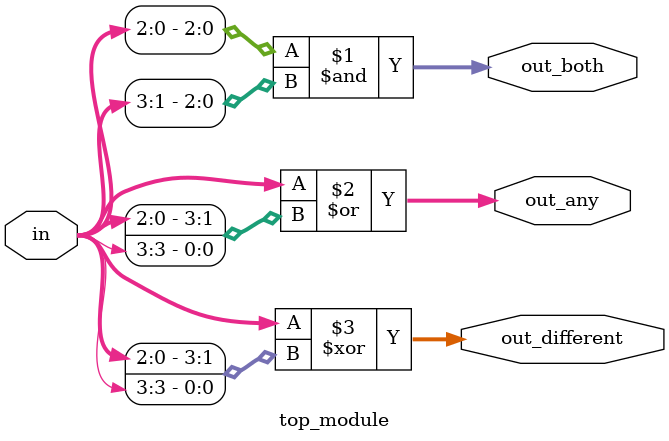
<source format=sv>
module top_module (
    input [3:0] in,
    output [2:0] out_both,
    output [3:0] out_any,
    output [3:0] out_different
);

assign out_both = in[2:0] & in[3:1];
assign out_any = in | {in[2:0], in[3]};
assign out_different = in ^ {in[2:0], in[3]};

endmodule

</source>
